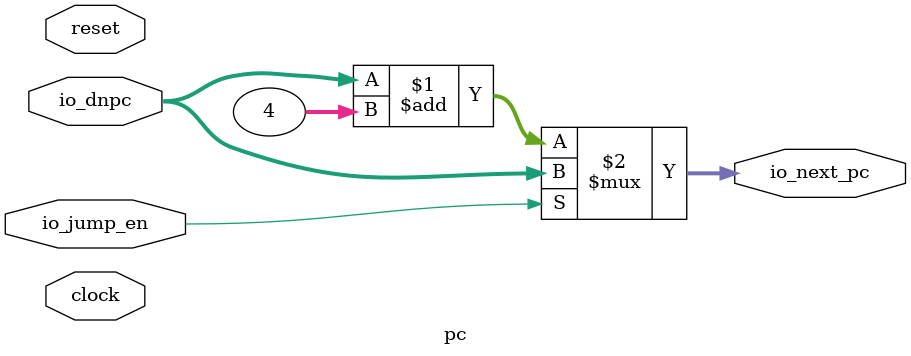
<source format=sv>
module pc(	// src/main/scala/npc/pc.scala:6:7
  input         clock,	// src/main/scala/npc/pc.scala:6:7
                reset,	// src/main/scala/npc/pc.scala:6:7
                io_jump_en,	// src/main/scala/npc/pc.scala:7:16
  input  [31:0] io_dnpc,	// src/main/scala/npc/pc.scala:7:16
  output [31:0] io_next_pc	// src/main/scala/npc/pc.scala:7:16
);

  assign io_next_pc = io_jump_en ? io_dnpc : io_dnpc + 32'h4;	// src/main/scala/npc/pc.scala:6:7, :12:21, :13:20, :15:{20,31}
endmodule


</source>
